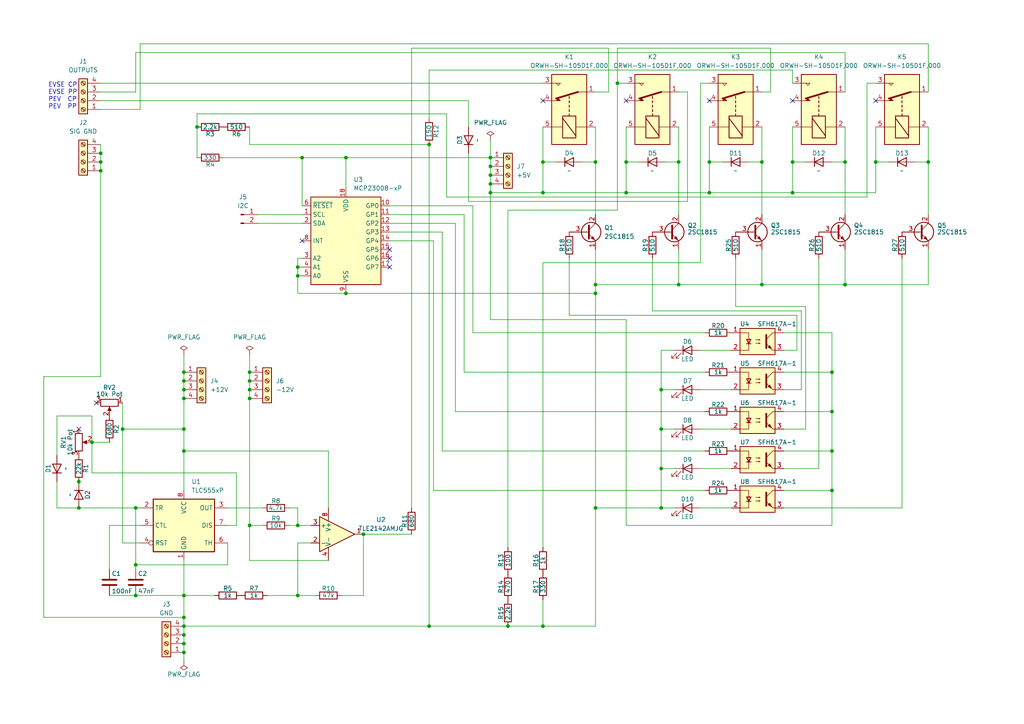
<source format=kicad_sch>
(kicad_sch (version 20230121) (generator eeschema)
  (paper "A4")
  (title_block (title "AcCCS_PWM") (date "2023-08-10") (rev "0"))
  (lib_symbols
    (symbol "Connector:Conn_01x02_Pin" (pin_names (offset 1.016) hide)
      (property "Reference" "J" (at 0 2.54 0))
      (property "Value" "Conn_01x02_Pin" (at 0 -5.08 0))
      (symbol "Conn_01x02_Pin_1_1"
        (polyline (pts (xy 1.27 -2.54) (xy 0.8636 -2.54)) (stroke (width 0.1524)))
        (polyline (pts (xy 1.27 0) (xy 0.8636 0)) (stroke (width 0.1524)))
        (rectangle (start 0.8636 -2.413) (end 0 -2.667) (stroke (width 0.1524)) (fill (type outline)))
        (rectangle (start 0.8636 0.127) (end 0 -0.127) (stroke (width 0.1524)) (fill (type outline)))
        (pin passive line (at 5.08 0 180) (length 3.81) (name "Pin_1") (number "1"))
        (pin passive line (at 5.08 -2.54 180) (length 3.81) (name "Pin_2") (number "2"))
      )
    )
    (symbol "Connector:Screw_Terminal_01x04" (pin_names (offset 1.016) hide)
      (property "Reference" "J" (at 0 5.08 0))
      (property "Value" "Screw_Terminal_01x04" (at 0 -7.62 0))
      (symbol "Screw_Terminal_01x04_1_1"
        (rectangle (start -1.27 3.81) (end 1.27 -6.35) (stroke (width 0.254)) (fill (type background)))
        (circle (center 0 -5.08) (radius 0.635) (stroke (width 0.1524)))
        (circle (center 0 -2.54) (radius 0.635) (stroke (width 0.1524)))
        (polyline (pts (xy -0.5334 -4.7498) (xy 0.3302 -5.588)) (stroke (width 0.1524)))
        (polyline (pts (xy -0.5334 -2.2098) (xy 0.3302 -3.048)) (stroke (width 0.1524)))
        (polyline (pts (xy -0.5334 0.3302) (xy 0.3302 -0.508)) (stroke (width 0.1524)))
        (polyline (pts (xy -0.5334 2.8702) (xy 0.3302 2.032)) (stroke (width 0.1524)))
        (polyline (pts (xy -0.3556 -4.572) (xy 0.508 -5.4102)) (stroke (width 0.1524)))
        (polyline (pts (xy -0.3556 -2.032) (xy 0.508 -2.8702)) (stroke (width 0.1524)))
        (polyline (pts (xy -0.3556 0.508) (xy 0.508 -0.3302)) (stroke (width 0.1524)))
        (polyline (pts (xy -0.3556 3.048) (xy 0.508 2.2098)) (stroke (width 0.1524)))
        (circle (center 0 0) (radius 0.635) (stroke (width 0.1524)))
        (circle (center 0 2.54) (radius 0.635) (stroke (width 0.1524)))
        (pin passive line (at -5.08 2.54 0) (length 3.81) (name "Pin_1") (number "1"))
        (pin passive line (at -5.08 0 0) (length 3.81) (name "Pin_2") (number "2"))
        (pin passive line (at -5.08 -2.54 0) (length 3.81) (name "Pin_3") (number "3"))
        (pin passive line (at -5.08 -5.08 0) (length 3.81) (name "Pin_4") (number "4"))
      )
    )
    (symbol "Device:C" (pin_numbers hide) (pin_names (offset 0.254))
      (property "Reference" "C" (at 0.635 2.54 0))
      (property "Value" "C" (at 0.635 -2.54 0))
      (symbol "C_0_1"
        (polyline (pts (xy -2.032 -0.762) (xy 2.032 -0.762)) (stroke (width 0.508)))
        (polyline (pts (xy -2.032 0.762) (xy 2.032 0.762)) (stroke (width 0.508)))
      )
      (symbol "C_1_1"
        (pin passive line (at 0 3.81 270) (length 2.794) (name "~") (number "1"))
        (pin passive line (at 0 -3.81 90) (length 2.794) (name "~") (number "2"))
      )
    )
    (symbol "Device:D" (pin_numbers hide) (pin_names (offset 1.016) hide)
      (property "Reference" "D" (at 0 2.54 0))
      (property "Value" "D" (at 0 -2.54 0))
      (symbol "D_0_1"
        (polyline (pts (xy -1.27 1.27) (xy -1.27 -1.27)) (stroke (width 0.254)))
        (polyline (pts (xy 1.27 0) (xy -1.27 0)))
        (polyline (pts (xy 1.27 1.27) (xy 1.27 -1.27) (xy -1.27 0) (xy 1.27 1.27)) (stroke (width 0.254)))
      )
      (symbol "D_1_1"
        (pin passive line (at -3.81 0 0) (length 2.54) (name "K") (number "1"))
        (pin passive line (at 3.81 0 180) (length 2.54) (name "A") (number "2"))
      )
    )
    (symbol "Device:LED" (pin_numbers hide) (pin_names (offset 1.016) hide)
      (property "Reference" "D" (at 0 2.54 0))
      (property "Value" "LED" (at 0 -2.54 0))
      (symbol "LED_0_1"
        (polyline (pts (xy -1.27 -1.27) (xy -1.27 1.27)) (stroke (width 0.254)))
        (polyline (pts (xy -1.27 0) (xy 1.27 0)))
        (polyline (pts (xy 1.27 -1.27) (xy 1.27 1.27) (xy -1.27 0) (xy 1.27 -1.27)) (stroke (width 0.254)))
        (polyline (pts (xy -3.048 -0.762) (xy -4.572 -2.286) (xy -3.81 -2.286) (xy -4.572 -2.286) (xy -4.572 -1.524)))
        (polyline (pts (xy -1.778 -0.762) (xy -3.302 -2.286) (xy -2.54 -2.286) (xy -3.302 -2.286) (xy -3.302 -1.524)))
      )
      (symbol "LED_1_1"
        (pin passive line (at -3.81 0 0) (length 2.54) (name "K") (number "1"))
        (pin passive line (at 3.81 0 180) (length 2.54) (name "A") (number "2"))
      )
    )
    (symbol "Device:R" (pin_numbers hide) (pin_names (offset 0))
      (property "Reference" "R" (at 2.032 0 90))
      (property "Value" "R" (at 0 0 90))
      (symbol "R_0_1"
        (rectangle (start -1.016 -2.54) (end 1.016 2.54) (stroke (width 0.254)))
      )
      (symbol "R_1_1"
        (pin passive line (at 0 3.81 270) (length 1.27) (name "~") (number "1"))
        (pin passive line (at 0 -3.81 90) (length 1.27) (name "~") (number "2"))
      )
    )
    (symbol "Device:R_Potentiometer" (pin_names (offset 1.016) hide)
      (property "Reference" "RV" (at -4.445 0 90))
      (property "Value" "R_Potentiometer" (at -2.54 0 90))
      (symbol "R_Potentiometer_0_1"
        (polyline (pts (xy 2.54 0) (xy 1.524 0)))
        (polyline (pts (xy 1.143 0) (xy 2.286 0.508) (xy 2.286 -0.508) (xy 1.143 0)) (fill (type outline)))
        (rectangle (start 1.016 2.54) (end -1.016 -2.54) (stroke (width 0.254)))
      )
      (symbol "R_Potentiometer_1_1"
        (pin passive line (at 0 3.81 270) (length 1.27) (name "1") (number "1"))
        (pin passive line (at 3.81 0 180) (length 1.27) (name "2") (number "2"))
        (pin passive line (at 0 -3.81 90) (length 1.27) (name "3") (number "3"))
      )
    )
    (symbol "Interface_Expansion:MCP23008-xP"
      (property "Reference" "U" (at -8.89 13.97 0))
      (property "Value" "MCP23008-xP" (at 8.89 13.97 0))
      (symbol "MCP23008-xP_0_1"
        (rectangle (start -10.16 12.7) (end 10.16 -12.7) (stroke (width 0.254)) (fill (type background)))
      )
      (symbol "MCP23008-xP_1_1"
        (pin input line (at -12.7 7.62 0) (length 2.54) (name "SCL") (number "1"))
        (pin bidirectional line (at 12.7 10.16 180) (length 2.54) (name "GP0") (number "10"))
        (pin bidirectional line (at 12.7 7.62 180) (length 2.54) (name "GP1") (number "11"))
        (pin bidirectional line (at 12.7 5.08 180) (length 2.54) (name "GP2") (number "12"))
        (pin bidirectional line (at 12.7 2.54 180) (length 2.54) (name "GP3") (number "13"))
        (pin bidirectional line (at 12.7 0 180) (length 2.54) (name "GP4") (number "14"))
        (pin bidirectional line (at 12.7 -2.54 180) (length 2.54) (name "GP5") (number "15"))
        (pin bidirectional line (at 12.7 -5.08 180) (length 2.54) (name "GP6") (number "16"))
        (pin bidirectional line (at 12.7 -7.62 180) (length 2.54) (name "GP7") (number "17"))
        (pin power_in line (at 0 15.24 270) (length 2.54) (name "VDD") (number "18"))
        (pin bidirectional line (at -12.7 5.08 0) (length 2.54) (name "SDA") (number "2"))
        (pin input line (at -12.7 -5.08 0) (length 2.54) (name "A2") (number "3"))
        (pin input line (at -12.7 -7.62 0) (length 2.54) (name "A1") (number "4"))
        (pin input line (at -12.7 -10.16 0) (length 2.54) (name "A0") (number "5"))
        (pin input line (at -12.7 10.16 0) (length 2.54) (name "~{RESET}") (number "6"))
        (pin no_connect line (at -10.16 -2.54 0) (length 2.54) hide (name "NC") (number "7"))
        (pin output line (at -12.7 0 0) (length 2.54) (name "INT") (number "8"))
        (pin power_in line (at 0 -15.24 90) (length 2.54) (name "VSS") (number "9"))
      )
    )
    (symbol "Isolator:SFH617A-1" (pin_names (offset 1.016))
      (property "Reference" "U" (at -5.08 5.08 0))
      (property "Value" "SFH617A-1" (at 0 5.08 0))
      (symbol "SFH617A-1_0_1"
        (rectangle (start -5.08 3.81) (end 5.08 -3.81) (stroke (width 0.254)) (fill (type background)))
        (polyline (pts (xy -3.175 -0.635) (xy -1.905 -0.635)) (stroke (width 0.254)))
        (polyline (pts (xy 2.54 0.635) (xy 4.445 2.54)))
        (polyline (pts (xy 4.445 -2.54) (xy 2.54 -0.635)) (fill (type outline)))
        (polyline (pts (xy 4.445 -2.54) (xy 5.08 -2.54)))
        (polyline (pts (xy 4.445 2.54) (xy 5.08 2.54)))
        (polyline (pts (xy -2.54 -0.635) (xy -2.54 -2.54) (xy -5.08 -2.54)))
        (polyline (pts (xy 2.54 1.905) (xy 2.54 -1.905) (xy 2.54 -1.905)) (stroke (width 0.508)))
        (polyline (pts (xy -5.08 2.54) (xy -2.54 2.54) (xy -2.54 -1.27) (xy -2.54 0.635)))
        (polyline (pts (xy -2.54 -0.635) (xy -3.175 0.635) (xy -1.905 0.635) (xy -2.54 -0.635)) (stroke (width 0.254)))
        (polyline (pts (xy -0.508 -0.508) (xy 0.762 -0.508) (xy 0.381 -0.635) (xy 0.381 -0.381) (xy 0.762 -0.508)))
        (polyline (pts (xy -0.508 0.508) (xy 0.762 0.508) (xy 0.381 0.381) (xy 0.381 0.635) (xy 0.762 0.508)))
        (polyline (pts (xy 3.048 -1.651) (xy 3.556 -1.143) (xy 4.064 -2.159) (xy 3.048 -1.651) (xy 3.048 -1.651)) (fill (type outline)))
      )
      (symbol "SFH617A-1_1_1"
        (pin passive line (at -7.62 2.54 0) (length 2.54) (name "~") (number "1"))
        (pin passive line (at -7.62 -2.54 0) (length 2.54) (name "~") (number "2"))
        (pin passive line (at 7.62 -2.54 180) (length 2.54) (name "~") (number "3"))
        (pin passive line (at 7.62 2.54 180) (length 2.54) (name "~") (number "4"))
      )
    )
    (symbol "Relay:SANYOU_SRD_Form_C"
      (property "Reference" "K" (at 11.43 3.81 0))
      (property "Value" "SANYOU_SRD_Form_C" (at 11.43 1.27 0))
      (symbol "SANYOU_SRD_Form_C_0_0"
        (polyline (pts (xy 7.62 5.08) (xy 7.62 2.54) (xy 6.985 3.175) (xy 7.62 3.81)))
      )
      (symbol "SANYOU_SRD_Form_C_0_1"
        (rectangle (start -10.16 5.08) (end 10.16 -5.08) (stroke (width 0.254)) (fill (type background)))
        (rectangle (start -8.255 1.905) (end -1.905 -1.905) (stroke (width 0.254)))
        (polyline (pts (xy -7.62 -1.905) (xy -2.54 1.905)) (stroke (width 0.254)))
        (polyline (pts (xy -5.08 -5.08) (xy -5.08 -1.905)))
        (polyline (pts (xy -5.08 5.08) (xy -5.08 1.905)))
        (polyline (pts (xy -1.905 0) (xy -1.27 0)) (stroke (width 0.254)))
        (polyline (pts (xy -0.635 0) (xy 0 0)) (stroke (width 0.254)))
        (polyline (pts (xy 0.635 0) (xy 1.27 0)) (stroke (width 0.254)))
        (polyline (pts (xy 1.905 0) (xy 2.54 0)) (stroke (width 0.254)))
        (polyline (pts (xy 3.175 0) (xy 3.81 0)) (stroke (width 0.254)))
        (polyline (pts (xy 5.08 -2.54) (xy 3.175 3.81)) (stroke (width 0.508)))
        (polyline (pts (xy 5.08 -2.54) (xy 5.08 -5.08)))
      )
      (symbol "SANYOU_SRD_Form_C_1_1"
        (polyline (pts (xy 2.54 3.81) (xy 3.175 3.175) (xy 2.54 2.54) (xy 2.54 5.08)) (fill (type outline)))
        (pin passive line (at 5.08 -7.62 90) (length 2.54) (name "~") (number "1"))
        (pin passive line (at -5.08 -7.62 90) (length 2.54) (name "~") (number "2"))
        (pin passive line (at 7.62 7.62 270) (length 2.54) (name "~") (number "3"))
        (pin passive line (at 2.54 7.62 270) (length 2.54) (name "~") (number "4"))
        (pin passive line (at -5.08 7.62 270) (length 2.54) (name "~") (number "5"))
      )
    )
    (symbol "Simulation_SPICE:OPAMP" (pin_names (offset 0.254))
      (property "Reference" "U2" (at 12.7 4.1909 0))
      (property "Value" "TLE2142AMJG" (at 12.7 1.6509 0))
      (symbol "OPAMP_0_1"
        (polyline (pts (xy 5.08 0) (xy -5.08 5.08) (xy -5.08 -5.08) (xy 5.08 0)) (stroke (width 0.254)) (fill (type background)))
      )
      (symbol "OPAMP_1_1"
        (pin output line (at 7.62 0 180) (length 2.54) (name "~") (number "1"))
        (pin input line (at -7.62 -2.54 0) (length 2.54) (name "-") (number "2"))
        (pin input line (at -7.62 2.54 0) (length 2.54) (name "+") (number "3"))
        (pin power_in line (at -2.54 -7.62 90) (length 3.81) (name "V-") (number "4"))
        (pin power_in line (at -2.54 7.62 270) (length 3.81) (name "V+") (number "8"))
      )
    )
    (symbol "Timer:TLC555xP"
      (property "Reference" "U1" (at 2.1941 12.7 0))
      (property "Value" "TLC555xP" (at 2.1941 10.16 0))
      (symbol "TLC555xP_0_0"
        (pin power_in line (at 0 -10.16 90) (length 2.54) (name "GND") (number "1"))
        (pin power_in line (at 0 10.16 270) (length 2.54) (name "VCC") (number "8"))
      )
      (symbol "TLC555xP_0_1"
        (rectangle (start -8.89 -7.62) (end 8.89 7.62) (stroke (width 0.254)) (fill (type background)))
        (rectangle (start -8.89 -7.62) (end 8.89 7.62) (stroke (width 0.254)) (fill (type background)))
      )
      (symbol "TLC555xP_1_1"
        (pin input line (at -12.7 5.08 0) (length 3.81) (name "TR") (number "2"))
        (pin output line (at 12.7 5.08 180) (length 3.81) (name "OUT") (number "3"))
        (pin input inverted (at -12.7 -5.08 0) (length 3.81) (name "RST") (number "4"))
        (pin input line (at -12.7 0 0) (length 3.81) (name "CTL") (number "5"))
        (pin input line (at 12.7 -5.08 180) (length 3.81) (name "TH") (number "6"))
        (pin input line (at 12.7 0 180) (length 3.81) (name "DIS") (number "7"))
      )
    )
    (symbol "Transistor_BJT:2SC1815" (pin_names (offset 0) hide)
      (property "Reference" "Q" (at 5.08 1.905 0))
      (property "Value" "2SC1815" (at 5.08 0 0))
      (symbol "2SC1815_0_1"
        (polyline (pts (xy 0 0) (xy 0.508 0)))
        (polyline (pts (xy 0.635 0.635) (xy 2.54 2.54)))
        (polyline (pts (xy 0.635 -0.635) (xy 2.54 -2.54) (xy 2.54 -2.54)))
        (polyline (pts (xy 0.635 1.905) (xy 0.635 -1.905) (xy 0.635 -1.905)) (stroke (width 0.508)))
        (polyline (pts (xy 1.27 -1.778) (xy 1.778 -1.27) (xy 2.286 -2.286) (xy 1.27 -1.778) (xy 1.27 -1.778)) (fill (type outline)))
        (circle (center 1.27 0) (radius 2.8194) (stroke (width 0.254)))
      )
      (symbol "2SC1815_1_1"
        (pin passive line (at 2.54 -5.08 90) (length 2.54) (name "E") (number "1"))
        (pin passive line (at 2.54 5.08 270) (length 2.54) (name "C") (number "2"))
        (pin input line (at -5.08 0 0) (length 5.08) (name "B") (number "3"))
      )
    )
    (symbol "power:PWR_FLAG" (power) (pin_numbers hide) (pin_names (offset 0) hide)
      (property "Value" "PWR_FLAG" (at 0 3.81 0))
      (symbol "PWR_FLAG_0_0"
        (pin power_out line (at 0 0 90) (length 0) (name "pwr") (number "1"))
      )
      (symbol "PWR_FLAG_0_1"
        (polyline (pts (xy 0 0) (xy 0 1.27) (xy -1.016 1.905) (xy 0 2.54) (xy 1.016 1.905) (xy 0 1.27)))
      )
    )
  )
  (junction (at 124.46 41.91))
  (junction (at 172.72 82.55))
  (junction (at 157.48 55.88))
  (junction (at 124.46 181.61))
  (junction (at 205.74 55.88))
  (junction (at 191.77 135.89))
  (junction (at 196.85 82.55))
  (junction (at 100.33 85.09))
  (junction (at 53.34 115.57))
  (junction (at 53.34 130.81))
  (junction (at 72.39 107.95))
  (junction (at 172.72 147.32))
  (junction (at 100.33 45.72))
  (junction (at 196.85 46.99))
  (junction (at 53.34 181.61))
  (junction (at 157.48 181.61))
  (junction (at 241.3 130.81))
  (junction (at 86.36 152.4))
  (junction (at 53.34 110.49))
  (junction (at 72.39 115.57))
  (junction (at 86.36 172.72))
  (junction (at 53.34 172.72))
  (junction (at 179.07 24.13))
  (junction (at 205.74 46.99))
  (junction (at 53.34 179.07))
  (junction (at 241.3 142.24))
  (junction (at 53.34 113.03))
  (junction (at 87.63 45.72))
  (junction (at 22.86 147.32))
  (junction (at 26.67 128.27))
  (junction (at 181.61 55.88))
  (junction (at 39.37 147.32))
  (junction (at 245.11 46.99))
  (junction (at 147.32 181.61))
  (junction (at 191.77 147.32))
  (junction (at 191.77 124.46))
  (junction (at 57.15 36.83))
  (junction (at 29.21 44.45))
  (junction (at 241.3 107.95))
  (junction (at 245.11 82.55))
  (junction (at 172.72 46.99))
  (junction (at 53.34 107.95))
  (junction (at 86.36 77.47))
  (junction (at 53.34 186.69))
  (junction (at 72.39 152.4))
  (junction (at 39.37 172.72))
  (junction (at 22.86 139.7))
  (junction (at 254 46.99))
  (junction (at 72.39 113.03))
  (junction (at 86.36 80.01))
  (junction (at 142.24 55.88))
  (junction (at 105.41 154.94))
  (junction (at 229.87 46.99))
  (junction (at 142.24 53.34))
  (junction (at 229.87 55.88))
  (junction (at 142.24 45.72))
  (junction (at 220.98 46.99))
  (junction (at 241.3 119.38))
  (junction (at 29.21 49.53))
  (junction (at 142.24 48.26))
  (junction (at 72.39 110.49))
  (junction (at 53.34 189.23))
  (junction (at 39.37 163.83))
  (junction (at 269.24 46.99))
  (junction (at 53.34 184.15))
  (junction (at 172.72 85.09))
  (junction (at 53.34 124.46))
  (junction (at 181.61 46.99))
  (junction (at 191.77 113.03))
  (junction (at 142.24 50.8))
  (junction (at 157.48 46.99))
  (junction (at 29.21 46.99))
  (junction (at 35.56 124.46))
  (junction (at 220.98 82.55))
  (no_connect (at 205.74 29.21))
  (no_connect (at 181.61 29.21))
  (no_connect (at 254 29.21))
  (no_connect (at 113.03 77.47))
  (no_connect (at 229.87 29.21))
  (no_connect (at 22.86 124.46))
  (no_connect (at 113.03 74.93))
  (no_connect (at 87.63 69.85))
  (no_connect (at 27.94 116.84))
  (no_connect (at 113.03 72.39))
  (no_connect (at 157.48 29.21))
  (wire (pts (xy 39.37 172.72) (xy 53.34 172.72)))
  (wire (pts (xy 245.11 46.99) (xy 241.3 46.99)))
  (wire (pts (xy 132.08 64.77) (xy 113.03 64.77)))
  (wire (pts (xy 195.58 147.32) (xy 191.77 147.32)))
  (wire (pts (xy 12.7 109.22) (xy 12.7 179.07)))
  (wire (pts (xy 172.72 147.32) (xy 191.77 147.32)))
  (wire (pts (xy 68.58 137.16) (xy 68.58 152.4)))
  (wire (pts (xy 31.75 172.72) (xy 39.37 172.72)))
  (wire (pts (xy 124.46 20.32) (xy 229.87 20.32)))
  (wire (pts (xy 142.24 45.72) (xy 142.24 48.26)))
  (wire (pts (xy 237.49 135.89) (xy 237.49 74.93)))
  (wire (pts (xy 125.73 69.85) (xy 113.03 69.85)))
  (wire (pts (xy 227.33 113.03) (xy 232.41 113.03)))
  (wire (pts (xy 181.61 36.83) (xy 181.61 46.99)))
  (wire (pts (xy 251.46 57.15) (xy 129.54 57.15)))
  (wire (pts (xy 172.72 147.32) (xy 172.72 85.09)))
  (wire (pts (xy 172.72 72.39) (xy 172.72 82.55)))
  (wire (pts (xy 204.47 119.38) (xy 132.08 119.38)))
  (wire (pts (xy 53.34 107.95) (xy 53.34 110.49)))
  (wire (pts (xy 53.34 113.03) (xy 53.34 115.57)))
  (wire (pts (xy 142.24 48.26) (xy 142.24 50.8)))
  (wire (pts (xy 87.63 74.93) (xy 86.36 74.93)))
  (wire (pts (xy 203.2 147.32) (xy 212.09 147.32)))
  (wire (pts (xy 35.56 116.84) (xy 35.56 124.46)))
  (wire (pts (xy 269.24 46.99) (xy 269.24 36.83)))
  (wire (pts (xy 213.36 88.9) (xy 213.36 74.93)))
  (wire (pts (xy 157.48 76.2) (xy 203.2 76.2)))
  (wire (pts (xy 40.64 157.48) (xy 35.56 157.48)))
  (wire (pts (xy 157.48 173.99) (xy 157.48 181.61)))
  (wire (pts (xy 245.11 26.67) (xy 245.11 15.24)))
  (wire (pts (xy 227.33 147.32) (xy 261.62 147.32)))
  (wire (pts (xy 87.63 45.72) (xy 87.63 59.69)))
  (wire (pts (xy 29.21 24.13) (xy 157.48 24.13)))
  (wire (pts (xy 245.11 15.24) (xy 39.37 15.24)))
  (wire (pts (xy 227.33 124.46) (xy 233.68 124.46)))
  (wire (pts (xy 53.34 186.69) (xy 53.34 189.23)))
  (wire (pts (xy 168.91 46.99) (xy 172.72 46.99)))
  (wire (pts (xy 157.48 46.99) (xy 161.29 46.99)))
  (wire (pts (xy 147.32 60.96) (xy 179.07 60.96)))
  (wire (pts (xy 40.64 31.75) (xy 29.21 31.75)))
  (wire (pts (xy 269.24 46.99) (xy 269.24 62.23)))
  (wire (pts (xy 191.77 101.6) (xy 191.77 113.03)))
  (wire (pts (xy 72.39 113.03) (xy 72.39 115.57)))
  (wire (pts (xy 31.75 152.4) (xy 31.75 165.1)))
  (wire (pts (xy 66.04 157.48) (xy 66.04 163.83)))
  (wire (pts (xy 87.63 80.01) (xy 86.36 80.01)))
  (wire (pts (xy 269.24 82.55) (xy 245.11 82.55)))
  (wire (pts (xy 53.34 162.56) (xy 53.34 172.72)))
  (wire (pts (xy 223.52 13.97) (xy 179.07 13.97)))
  (wire (pts (xy 203.2 135.89) (xy 212.09 135.89)))
  (wire (pts (xy 231.14 101.6) (xy 231.14 91.44)))
  (wire (pts (xy 40.64 152.4) (xy 31.75 152.4)))
  (wire (pts (xy 241.3 96.52) (xy 241.3 107.95)))
  (wire (pts (xy 72.39 152.4) (xy 76.2 152.4)))
  (wire (pts (xy 29.21 44.45) (xy 29.21 46.99)))
  (wire (pts (xy 29.21 46.99) (xy 29.21 49.53)))
  (wire (pts (xy 124.46 181.61) (xy 53.34 181.61)))
  (wire (pts (xy 251.46 24.13) (xy 251.46 57.15)))
  (wire (pts (xy 129.54 57.15) (xy 129.54 33.02)))
  (wire (pts (xy 66.04 147.32) (xy 76.2 147.32)))
  (wire (pts (xy 72.39 162.56) (xy 95.25 162.56)))
  (wire (pts (xy 233.68 124.46) (xy 233.68 88.9)))
  (wire (pts (xy 74.93 62.23) (xy 87.63 62.23)))
  (wire (pts (xy 134.62 107.95) (xy 134.62 62.23)))
  (wire (pts (xy 269.24 26.67) (xy 269.24 12.7)))
  (wire (pts (xy 181.61 46.99) (xy 181.61 55.88)))
  (wire (pts (xy 53.34 102.87) (xy 53.34 107.95)))
  (wire (pts (xy 176.53 26.67) (xy 172.72 26.67)))
  (wire (pts (xy 245.11 82.55) (xy 220.98 82.55)))
  (wire (pts (xy 86.36 77.47) (xy 87.63 77.47)))
  (wire (pts (xy 16.51 139.7) (xy 16.51 147.32)))
  (wire (pts (xy 53.34 124.46) (xy 53.34 130.81)))
  (wire (pts (xy 195.58 101.6) (xy 191.77 101.6)))
  (wire (pts (xy 157.48 46.99) (xy 157.48 55.88)))
  (wire (pts (xy 134.62 62.23) (xy 113.03 62.23)))
  (wire (pts (xy 241.3 142.24) (xy 241.3 130.81)))
  (wire (pts (xy 176.53 13.97) (xy 176.53 26.67)))
  (wire (pts (xy 26.67 137.16) (xy 26.67 128.27)))
  (wire (pts (xy 204.47 107.95) (xy 134.62 107.95)))
  (wire (pts (xy 205.74 46.99) (xy 205.74 55.88)))
  (wire (pts (xy 241.3 152.4) (xy 181.61 152.4)))
  (wire (pts (xy 254 55.88) (xy 229.87 55.88)))
  (wire (pts (xy 229.87 20.32) (xy 229.87 24.13)))
  (wire (pts (xy 53.34 172.72) (xy 53.34 179.07)))
  (wire (pts (xy 241.3 130.81) (xy 241.3 119.38)))
  (wire (pts (xy 29.21 109.22) (xy 12.7 109.22)))
  (wire (pts (xy 157.48 76.2) (xy 157.48 158.75)))
  (wire (pts (xy 229.87 46.99) (xy 233.68 46.99)))
  (wire (pts (xy 29.21 29.21) (xy 135.89 29.21)))
  (wire (pts (xy 83.82 152.4) (xy 86.36 152.4)))
  (wire (pts (xy 199.39 26.67) (xy 196.85 26.67)))
  (wire (pts (xy 53.34 115.57) (xy 53.34 124.46)))
  (wire (pts (xy 179.07 60.96) (xy 179.07 24.13)))
  (wire (pts (xy 86.36 74.93) (xy 86.36 77.47)))
  (wire (pts (xy 142.24 92.71) (xy 142.24 55.88)))
  (wire (pts (xy 125.73 142.24) (xy 125.73 69.85)))
  (wire (pts (xy 241.3 142.24) (xy 241.3 152.4)))
  (wire (pts (xy 191.77 124.46) (xy 191.77 113.03)))
  (wire (pts (xy 229.87 55.88) (xy 205.74 55.88)))
  (wire (pts (xy 220.98 46.99) (xy 217.17 46.99)))
  (wire (pts (xy 254 36.83) (xy 254 46.99)))
  (wire (pts (xy 124.46 41.91) (xy 124.46 181.61)))
  (wire (pts (xy 132.08 119.38) (xy 132.08 64.77)))
  (wire (pts (xy 203.2 101.6) (xy 212.09 101.6)))
  (wire (pts (xy 105.41 154.94) (xy 105.41 172.72)))
  (wire (pts (xy 40.64 12.7) (xy 40.64 31.75)))
  (wire (pts (xy 72.39 41.91) (xy 124.46 41.91)))
  (wire (pts (xy 135.89 44.45) (xy 135.89 58.42)))
  (wire (pts (xy 72.39 115.57) (xy 72.39 152.4)))
  (wire (pts (xy 113.03 59.69) (xy 137.16 59.69)))
  (wire (pts (xy 142.24 40.64) (xy 142.24 45.72)))
  (wire (pts (xy 227.33 107.95) (xy 241.3 107.95)))
  (wire (pts (xy 22.86 147.32) (xy 39.37 147.32)))
  (wire (pts (xy 16.51 147.32) (xy 22.86 147.32)))
  (wire (pts (xy 261.62 147.32) (xy 261.62 74.93)))
  (wire (pts (xy 191.77 113.03) (xy 195.58 113.03)))
  (wire (pts (xy 199.39 58.42) (xy 199.39 26.67)))
  (wire (pts (xy 191.77 135.89) (xy 191.77 124.46)))
  (wire (pts (xy 137.16 96.52) (xy 204.47 96.52)))
  (wire (pts (xy 137.16 59.69) (xy 137.16 96.52)))
  (wire (pts (xy 64.77 45.72) (xy 87.63 45.72)))
  (wire (pts (xy 39.37 147.32) (xy 39.37 163.83)))
  (wire (pts (xy 53.34 110.49) (xy 53.34 113.03)))
  (wire (pts (xy 77.47 172.72) (xy 86.36 172.72)))
  (wire (pts (xy 196.85 46.99) (xy 193.04 46.99)))
  (wire (pts (xy 181.61 152.4) (xy 181.61 92.71)))
  (wire (pts (xy 72.39 107.95) (xy 72.39 110.49)))
  (wire (pts (xy 204.47 130.81) (xy 128.27 130.81)))
  (wire (pts (xy 53.34 179.07) (xy 53.34 181.61)))
  (wire (pts (xy 26.67 128.27) (xy 31.75 128.27)))
  (wire (pts (xy 181.61 46.99) (xy 185.42 46.99)))
  (wire (pts (xy 229.87 46.99) (xy 229.87 55.88)))
  (wire (pts (xy 83.82 147.32) (xy 86.36 147.32)))
  (wire (pts (xy 223.52 26.67) (xy 220.98 26.67)))
  (wire (pts (xy 142.24 50.8) (xy 142.24 53.34)))
  (wire (pts (xy 16.51 120.65) (xy 26.67 120.65)))
  (wire (pts (xy 26.67 120.65) (xy 26.67 128.27)))
  (wire (pts (xy 22.86 138.43) (xy 22.86 139.7)))
  (wire (pts (xy 68.58 137.16) (xy 26.67 137.16)))
  (wire (pts (xy 129.54 33.02) (xy 57.15 33.02)))
  (wire (pts (xy 232.41 90.17) (xy 189.23 90.17)))
  (wire (pts (xy 105.41 154.94) (xy 119.38 154.94)))
  (wire (pts (xy 220.98 72.39) (xy 220.98 82.55)))
  (wire (pts (xy 245.11 46.99) (xy 245.11 62.23)))
  (wire (pts (xy 195.58 135.89) (xy 191.77 135.89)))
  (wire (pts (xy 203.2 113.03) (xy 212.09 113.03)))
  (wire (pts (xy 245.11 36.83) (xy 245.11 46.99)))
  (wire (pts (xy 223.52 26.67) (xy 223.52 13.97)))
  (wire (pts (xy 231.14 91.44) (xy 165.1 91.44)))
  (wire (pts (xy 157.48 181.61) (xy 147.32 181.61)))
  (wire (pts (xy 86.36 172.72) (xy 91.44 172.72)))
  (wire (pts (xy 72.39 152.4) (xy 72.39 162.56)))
  (wire (pts (xy 135.89 29.21) (xy 135.89 36.83)))
  (wire (pts (xy 147.32 181.61) (xy 124.46 181.61)))
  (wire (pts (xy 39.37 163.83) (xy 66.04 163.83)))
  (wire (pts (xy 53.34 184.15) (xy 53.34 186.69)))
  (wire (pts (xy 29.21 41.91) (xy 29.21 44.45)))
  (wire (pts (xy 147.32 60.96) (xy 147.32 158.75)))
  (wire (pts (xy 220.98 46.99) (xy 220.98 62.23)))
  (wire (pts (xy 227.33 130.81) (xy 241.3 130.81)))
  (wire (pts (xy 86.36 157.48) (xy 90.17 157.48)))
  (wire (pts (xy 181.61 55.88) (xy 157.48 55.88)))
  (wire (pts (xy 128.27 67.31) (xy 113.03 67.31)))
  (wire (pts (xy 195.58 124.46) (xy 191.77 124.46)))
  (wire (pts (xy 157.48 181.61) (xy 172.72 181.61)))
  (wire (pts (xy 220.98 82.55) (xy 196.85 82.55)))
  (wire (pts (xy 95.25 130.81) (xy 53.34 130.81)))
  (wire (pts (xy 191.77 147.32) (xy 191.77 135.89)))
  (wire (pts (xy 142.24 55.88) (xy 157.48 55.88)))
  (wire (pts (xy 172.72 46.99) (xy 172.72 62.23)))
  (wire (pts (xy 227.33 142.24) (xy 241.3 142.24)))
  (wire (pts (xy 205.74 36.83) (xy 205.74 46.99)))
  (wire (pts (xy 135.89 58.42) (xy 199.39 58.42)))
  (wire (pts (xy 172.72 36.83) (xy 172.72 46.99)))
  (wire (pts (xy 72.39 102.87) (xy 72.39 107.95)))
  (wire (pts (xy 105.41 172.72) (xy 99.06 172.72)))
  (wire (pts (xy 205.74 55.88) (xy 181.61 55.88)))
  (wire (pts (xy 95.25 147.32) (xy 95.25 130.81)))
  (wire (pts (xy 53.34 172.72) (xy 62.23 172.72)))
  (wire (pts (xy 196.85 36.83) (xy 196.85 46.99)))
  (wire (pts (xy 39.37 147.32) (xy 40.64 147.32)))
  (wire (pts (xy 53.34 189.23) (xy 53.34 191.77)))
  (wire (pts (xy 196.85 72.39) (xy 196.85 82.55)))
  (wire (pts (xy 203.2 24.13) (xy 205.74 24.13)))
  (wire (pts (xy 203.2 124.46) (xy 212.09 124.46)))
  (wire (pts (xy 254 46.99) (xy 254 55.88)))
  (wire (pts (xy 179.07 24.13) (xy 181.61 24.13)))
  (wire (pts (xy 204.47 142.24) (xy 125.73 142.24)))
  (wire (pts (xy 165.1 91.44) (xy 165.1 74.93)))
  (wire (pts (xy 39.37 163.83) (xy 39.37 165.1)))
  (wire (pts (xy 128.27 130.81) (xy 128.27 67.31)))
  (wire (pts (xy 86.36 85.09) (xy 100.33 85.09)))
  (wire (pts (xy 227.33 96.52) (xy 241.3 96.52)))
  (wire (pts (xy 100.33 45.72) (xy 142.24 45.72)))
  (wire (pts (xy 12.7 179.07) (xy 53.34 179.07)))
  (wire (pts (xy 87.63 45.72) (xy 100.33 45.72)))
  (wire (pts (xy 179.07 13.97) (xy 179.07 24.13)))
  (wire (pts (xy 269.24 72.39) (xy 269.24 82.55)))
  (wire (pts (xy 72.39 41.91) (xy 72.39 36.83)))
  (wire (pts (xy 39.37 15.24) (xy 39.37 26.67)))
  (wire (pts (xy 119.38 13.97) (xy 119.38 147.32)))
  (wire (pts (xy 157.48 36.83) (xy 157.48 46.99)))
  (wire (pts (xy 172.72 82.55) (xy 196.85 82.55)))
  (wire (pts (xy 232.41 113.03) (xy 232.41 90.17)))
  (wire (pts (xy 35.56 124.46) (xy 53.34 124.46)))
  (wire (pts (xy 57.15 36.83) (xy 57.15 45.72)))
  (wire (pts (xy 86.36 147.32) (xy 86.36 152.4)))
  (wire (pts (xy 29.21 49.53) (xy 29.21 109.22)))
  (wire (pts (xy 68.58 152.4) (xy 66.04 152.4)))
  (wire (pts (xy 86.36 152.4) (xy 90.17 152.4)))
  (wire (pts (xy 254 24.13) (xy 251.46 24.13)))
  (wire (pts (xy 269.24 12.7) (xy 40.64 12.7)))
  (wire (pts (xy 189.23 90.17) (xy 189.23 74.93)))
  (wire (pts (xy 196.85 46.99) (xy 196.85 62.23)))
  (wire (pts (xy 227.33 119.38) (xy 241.3 119.38)))
  (wire (pts (xy 181.61 92.71) (xy 142.24 92.71)))
  (wire (pts (xy 142.24 53.34) (xy 142.24 55.88)))
  (wire (pts (xy 16.51 132.08) (xy 16.51 120.65)))
  (wire (pts (xy 172.72 85.09) (xy 172.72 82.55)))
  (wire (pts (xy 241.3 119.38) (xy 241.3 107.95)))
  (wire (pts (xy 39.37 26.67) (xy 29.21 26.67)))
  (wire (pts (xy 53.34 181.61) (xy 53.34 184.15)))
  (wire (pts (xy 265.43 46.99) (xy 269.24 46.99)))
  (wire (pts (xy 229.87 36.83) (xy 229.87 46.99)))
  (wire (pts (xy 245.11 72.39) (xy 245.11 82.55)))
  (wire (pts (xy 53.34 130.81) (xy 53.34 142.24)))
  (wire (pts (xy 57.15 33.02) (xy 57.15 36.83)))
  (wire (pts (xy 74.93 64.77) (xy 87.63 64.77)))
  (wire (pts (xy 86.36 80.01) (xy 86.36 85.09)))
  (wire (pts (xy 254 46.99) (xy 257.81 46.99)))
  (wire (pts (xy 227.33 101.6) (xy 231.14 101.6)))
  (wire (pts (xy 205.74 46.99) (xy 209.55 46.99)))
  (wire (pts (xy 227.33 135.89) (xy 237.49 135.89)))
  (wire (pts (xy 203.2 76.2) (xy 203.2 24.13)))
  (wire (pts (xy 220.98 36.83) (xy 220.98 46.99)))
  (wire (pts (xy 86.36 172.72) (xy 86.36 157.48)))
  (wire (pts (xy 119.38 13.97) (xy 176.53 13.97)))
  (wire (pts (xy 35.56 157.48) (xy 35.56 124.46)))
  (wire (pts (xy 100.33 54.61) (xy 100.33 45.72)))
  (wire (pts (xy 233.68 88.9) (xy 213.36 88.9)))
  (wire (pts (xy 124.46 34.29) (xy 124.46 20.32)))
  (wire (pts (xy 86.36 80.01) (xy 86.36 77.47)))
  (wire (pts (xy 72.39 110.49) (xy 72.39 113.03)))
  (wire (pts (xy 100.33 85.09) (xy 172.72 85.09)))
  (wire (pts (xy 172.72 181.61) (xy 172.72 147.32)))
  (text "EVSE CP\nEVSE PP\nPEV  CP\nPEV  PP" (at 13.97 31.75 0) (effects (font (size 1.3 1.3)) (justify left bottom)))
  (symbol (lib_id "Device:R") (at 60.96 36.83 270) (unit 1)
    (property "Reference" "R3" (at 60.96 38.862 90))
    (property "Value" "2.2k" (at 60.96 36.83 90))
    (property "Footprint" "Resistor_THT:R_Axial_DIN0207_L6.3mm_D2.5mm_P7.62mm_Horizontal" (effects hide))
  )
  (symbol (lib_id "Transistor_BJT:2SC1815") (at 266.7 67.31 0) (unit 1)
    (property "Reference" "Q5" (at 271.78 65.405 0) (effects (justify left)))
    (property "Value" "2SC1815" (at 271.78 67.31 0) (effects (justify left)))
    (property "Footprint" "Package_TO_SOT_THT:TO-92_Inline" (effects hide))
    (property "Datasheet" "https://media.digikey.com/pdf/Data%20Sheets/Toshiba%20PDFs/2SC1815.pdf" (effects hide))
  )
  (symbol (lib_id "Device:R") (at 22.86 135.89 0) (unit 1)
    (property "Reference" "R1" (at 24.892 135.89 90))
    (property "Value" "22k" (at 22.86 135.89 90))
    (property "Footprint" "Resistor_THT:R_Axial_DIN0207_L6.3mm_D2.5mm_P7.62mm_Horizontal" (effects hide))
  )
  (symbol (lib_id "Isolator:SFH617A-1") (at 219.71 110.49 0) (unit 1)
    (property "Reference" "U5" (at 214.63 105.41 0) (effects (justify left)))
    (property "Value" "SFH617A-1" (at 219.71 105.41 0) (effects (justify left)))
    (property "Footprint" "Package_DIP:DIP-4_W7.62mm" (effects hide))
    (property "Datasheet" "http://www.vishay.com/docs/83740/sfh617a.pdf" (effects hide))
  )
  (symbol (lib_id "Interface_Expansion:MCP23008-xP") (at 100.33 69.85 0) (unit 1)
    (property "Reference" "U3" (at 102.5241 52.07 0) (effects (justify left)))
    (property "Value" "MCP23008-xP" (at 102.5241 54.61 0) (effects (justify left)))
    (property "Footprint" "Package_DIP:DIP-18_W7.62mm" (effects hide))
    (property "Datasheet" "http://ww1.microchip.com/downloads/en/DeviceDoc/MCP23008-MCP23S08-Data-Sheet-20001919F.pdf" (effects hide))
  )
  (symbol (lib_id "Isolator:SFH617A-1") (at 219.71 99.06 0) (unit 1)
    (property "Reference" "U4" (at 214.63 93.98 0) (effects (justify left)))
    (property "Value" "SFH617A-1" (at 219.71 93.98 0) (effects (justify left)))
    (property "Footprint" "Package_DIP:DIP-4_W7.62mm" (effects hide))
    (property "Datasheet" "http://www.vishay.com/docs/83740/sfh617a.pdf" (effects hide))
  )
  (symbol (lib_id "Device:D") (at 22.86 143.51 270) (unit 1)
    (property "Reference" "D2" (at 25.4 143.51 0))
    (property "Value" "~" (at 20.32 143.51 0))
    (property "Footprint" "Diode_THT:D_A-405_P7.62mm_Horizontal" (effects hide))
    (property "Sim.Device" "D" (effects hide))
    (property "Sim.Pins" "1=K 2=A" (effects hide))
  )
  (symbol (lib_id "Device:R") (at 68.58 36.83 270) (unit 1)
    (property "Reference" "R6" (at 68.58 38.862 90))
    (property "Value" "510" (at 68.58 36.83 90))
    (property "Footprint" "Resistor_THT:R_Axial_DIN0207_L6.3mm_D2.5mm_P7.62mm_Horizontal" (effects hide))
  )
  (symbol (lib_id "Device:C") (at 31.75 168.91 0) (unit 1)
    (property "Reference" "C1" (at 32.385 166.37 0) (effects (justify left)))
    (property "Value" "100nF" (at 32.385 171.45 0) (effects (justify left)))
    (property "Footprint" "Capacitor_THT:C_Disc_D7.5mm_W5.0mm_P5.00mm" (effects hide))
  )
  (symbol (lib_id "Device:R") (at 208.28 142.24 90) (unit 1)
    (property "Reference" "R24" (at 208.28 140.208 90))
    (property "Value" "1k" (at 208.28 142.24 90))
    (property "Footprint" "Resistor_THT:R_Axial_DIN0207_L6.3mm_D2.5mm_P7.62mm_Horizontal" (effects hide))
  )
  (symbol (lib_id "Transistor_BJT:2SC1815") (at 170.18 67.31 0) (unit 1)
    (property "Reference" "Q1" (at 175.26 66.04 0) (effects (justify left)))
    (property "Value" "2SC1815" (at 175.26 68.58 0) (effects (justify left)))
    (property "Footprint" "Package_TO_SOT_THT:TO-92_Inline" (effects hide))
    (property "Datasheet" "https://media.digikey.com/pdf/Data%20Sheets/Toshiba%20PDFs/2SC1815.pdf" (effects hide))
  )
  (symbol (lib_id "Device:R") (at 165.1 71.12 180) (unit 1)
    (property "Reference" "R18" (at 163.068 71.12 90))
    (property "Value" "510" (at 165.1 71.12 90))
    (property "Footprint" "Resistor_THT:R_Axial_DIN0207_L6.3mm_D2.5mm_P7.62mm_Horizontal" (effects hide))
  )
  (symbol (lib_id "Transistor_BJT:2SC1815") (at 218.44 67.31 0) (unit 1)
    (property "Reference" "Q3" (at 223.52 65.405 0) (effects (justify left)))
    (property "Value" "2SC1815" (at 223.52 67.31 0) (effects (justify left)))
    (property "Footprint" "Package_TO_SOT_THT:TO-92_Inline" (effects hide))
    (property "Datasheet" "https://media.digikey.com/pdf/Data%20Sheets/Toshiba%20PDFs/2SC1815.pdf" (effects hide))
  )
  (symbol (lib_id "Device:D") (at 16.51 135.89 90) (unit 1)
    (property "Reference" "D1" (at 13.97 135.89 0))
    (property "Value" "~" (at 19.05 135.89 0))
    (property "Footprint" "Diode_THT:D_A-405_P7.62mm_Horizontal" (effects hide))
    (property "Sim.Device" "D" (effects hide))
    (property "Sim.Pins" "1=K 2=A" (effects hide))
  )
  (symbol (lib_id "Isolator:SFH617A-1") (at 219.71 144.78 0) (unit 1)
    (property "Reference" "U8" (at 214.63 139.7 0) (effects (justify left)))
    (property "Value" "SFH617A-1" (at 219.71 139.7 0) (effects (justify left)))
    (property "Footprint" "Package_DIP:DIP-4_W7.62mm" (effects hide))
    (property "Datasheet" "http://www.vishay.com/docs/83740/sfh617a.pdf" (effects hide))
  )
  (symbol (lib_id "Isolator:SFH617A-1") (at 219.71 121.92 0) (unit 1)
    (property "Reference" "U6" (at 214.63 116.84 0) (effects (justify left)))
    (property "Value" "SFH617A-1" (at 219.71 116.84 0) (effects (justify left)))
    (property "Footprint" "Package_DIP:DIP-4_W7.62mm" (effects hide))
    (property "Datasheet" "http://www.vishay.com/docs/83740/sfh617a.pdf" (effects hide))
  )
  (symbol (lib_id "Device:R") (at 95.25 172.72 90) (unit 1)
    (property "Reference" "R10" (at 95.25 170.688 90))
    (property "Value" "47k" (at 95.25 172.72 90))
    (property "Footprint" "Resistor_THT:R_Axial_DIN0207_L6.3mm_D2.5mm_P7.62mm_Horizontal" (effects hide))
  )
  (symbol (lib_id "Device:D") (at 261.62 46.99 0) (unit 1)
    (property "Reference" "D13" (at 261.62 44.45 0))
    (property "Value" "~" (at 261.62 49.53 0))
    (property "Footprint" "Diode_THT:D_A-405_P7.62mm_Horizontal" (effects hide))
    (property "Sim.Device" "D" (effects hide))
    (property "Sim.Pins" "1=K 2=A" (effects hide))
  )
  (symbol (lib_id "Device:LED") (at 199.39 113.03 0) (unit 1)
    (property "Reference" "D7" (at 199.39 110.49 0))
    (property "Value" "LED" (at 199.39 115.57 0))
    (property "Footprint" "LED_THT:LED_D1.8mm_W3.3mm_H2.4mm" (effects hide))
  )
  (symbol (lib_id "Device:R") (at 147.32 177.8 180) (unit 1)
    (property "Reference" "R15" (at 145.288 177.8 90))
    (property "Value" "2.2k" (at 147.32 177.8 90))
    (property "Footprint" "Resistor_THT:R_Axial_DIN0207_L6.3mm_D2.5mm_P7.62mm_Horizontal" (effects hide))
  )
  (symbol (lib_id "Simulation_SPICE:OPAMP") (at 97.79 154.94 0) (unit 1)
    (property "Reference" "U2" (at 110.49 150.7491 0))
    (property "Value" "TLE2142AMJG" (at 110.49 153.2891 0))
    (property "Footprint" "Package_DIP:DIP-8_W7.62mm" (effects hide))
    (property "Sim.Pins" "1=1 2=2 3=3 4=4 5=5" (effects hide))
    (property "Sim.Device" "SPICE" (effects hide))
    (property "Sim.Params" "type=\"X\" model=\"OPAMP\" lib=\"\"" (effects hide))
  )
  (symbol (lib_id "Relay:SANYOU_SRD_Form_C") (at 237.49 31.75 90) (unit 1)
    (property "Reference" "K4" (at 237.49 16.51 90))
    (property "Value" "ORWH-SH-105D1F,000" (at 237.49 19.05 90))
    (property "Footprint" "Relay_THT:Relay_SPDT_SANYOU_SRD_Series_Form_C" (effects hide))
    (property "Datasheet" "http://www.sanyourelay.ca/public/products/pdf/SRD.pdf" (effects hide))
  )
  (symbol (lib_id "Connector:Screw_Terminal_01x04") (at 58.42 110.49 0) (unit 1)
    (property "Reference" "J4" (at 60.96 110.49 0) (effects (justify left)))
    (property "Value" "+12V" (at 60.96 113.03 0) (effects (justify left)))
    (property "Footprint" "TerminalBlock_Phoenix:TerminalBlock_Phoenix_MKDS-1,5-4_1x04_P5.00mm_Horizontal" (effects hide))
  )
  (symbol (lib_id "Connector:Conn_01x02_Pin") (at 69.85 62.23 0) (unit 1)
    (property "Reference" "J5" (at 70.485 57.15 0))
    (property "Value" "I2C" (at 70.485 59.69 0))
    (property "Footprint" "Connector_PinHeader_2.54mm:PinHeader_1x02_P2.54mm_Vertical" (effects hide))
  )
  (symbol (lib_id "Device:R") (at 147.32 170.18 180) (unit 1)
    (property "Reference" "R14" (at 145.288 170.18 90))
    (property "Value" "470" (at 147.32 170.18 90))
    (property "Footprint" "Resistor_THT:R_Axial_DIN0207_L6.3mm_D2.5mm_P7.62mm_Horizontal" (effects hide))
  )
  (symbol (lib_id "Device:R") (at 208.28 96.52 90) (unit 1)
    (property "Reference" "R20" (at 208.28 94.488 90))
    (property "Value" "1k" (at 208.28 96.52 90))
    (property "Footprint" "Resistor_THT:R_Axial_DIN0207_L6.3mm_D2.5mm_P7.62mm_Horizontal" (effects hide))
  )
  (symbol (lib_id "Device:R") (at 73.66 172.72 90) (unit 1)
    (property "Reference" "R7" (at 73.66 170.688 90))
    (property "Value" "1k" (at 73.66 172.72 90))
    (property "Footprint" "Resistor_THT:R_Axial_DIN0207_L6.3mm_D2.5mm_P7.62mm_Horizontal" (effects hide))
  )
  (symbol (lib_id "Device:R") (at 119.38 151.13 180) (unit 1)
    (property "Reference" "R11" (at 117.348 151.13 90))
    (property "Value" "680" (at 119.38 151.13 90))
    (property "Footprint" "Resistor_THT:R_Axial_DIN0207_L6.3mm_D2.5mm_P7.62mm_Horizontal" (effects hide))
  )
  (symbol (lib_id "Device:D") (at 213.36 46.99 0) (unit 1)
    (property "Reference" "D11" (at 213.36 44.45 0))
    (property "Value" "~" (at 213.36 49.53 0))
    (property "Footprint" "Diode_THT:D_A-405_P7.62mm_Horizontal" (effects hide))
    (property "Sim.Device" "D" (effects hide))
    (property "Sim.Pins" "1=K 2=A" (effects hide))
  )
  (symbol (lib_id "Device:D") (at 165.1 46.99 0) (unit 1)
    (property "Reference" "D4" (at 165.1 44.45 0))
    (property "Value" "~" (at 165.1 49.53 0))
    (property "Footprint" "Diode_THT:D_A-405_P7.62mm_Horizontal" (effects hide))
    (property "Sim.Device" "D" (effects hide))
    (property "Sim.Pins" "1=K 2=A" (effects hide))
  )
  (symbol (lib_id "Timer:TLC555xP") (at 53.34 152.4 0) (unit 1)
    (property "Reference" "U1" (at 55.5341 139.7 0) (effects (justify left)))
    (property "Value" "TLC555xP" (at 55.5341 142.24 0) (effects (justify left)))
    (property "Footprint" "Package_DIP:DIP-8_W7.62mm" (effects hide))
    (property "Datasheet" "http://www.ti.com/lit/ds/symlink/tlc555.pdf" (effects hide))
  )
  (symbol (lib_id "Device:C") (at 39.37 168.91 0) (unit 1)
    (property "Reference" "C2" (at 40.005 166.37 0) (effects (justify left)))
    (property "Value" "47nF" (at 40.005 171.45 0) (effects (justify left)))
    (property "Footprint" "Capacitor_THT:C_Disc_D7.5mm_W5.0mm_P5.00mm" (effects hide))
  )
  (symbol (lib_id "Device:D") (at 237.49 46.99 0) (unit 1)
    (property "Reference" "D12" (at 237.49 44.45 0))
    (property "Value" "~" (at 237.49 49.53 0))
    (property "Footprint" "Diode_THT:D_A-405_P7.62mm_Horizontal" (effects hide))
    (property "Sim.Device" "D" (effects hide))
    (property "Sim.Pins" "1=K 2=A" (effects hide))
  )
  (symbol (lib_id "Device:R_Potentiometer") (at 31.75 116.84 270) (unit 1)
    (property "Reference" "RV2" (at 31.75 112.395 90))
    (property "Value" "10k Pot" (at 31.75 114.3 90))
    (property "Footprint" "CustomFootprints:10K_TrimPot" (effects hide))
  )
  (symbol (lib_id "Device:LED") (at 199.39 135.89 0) (unit 1)
    (property "Reference" "D9" (at 199.39 133.35 0))
    (property "Value" "LED" (at 199.39 138.43 0))
    (property "Footprint" "LED_THT:LED_D1.8mm_W3.3mm_H2.4mm" (effects hide))
  )
  (symbol (lib_id "power:PWR_FLAG") (at 142.24 40.64 0) (unit 1)
    (property "Reference" "#FLG04" (effects hide))
    (property "Value" "PWR_FLAG" (at 142.24 35.56 0))
  )
  (symbol (lib_id "Transistor_BJT:2SC1815") (at 242.57 67.31 0) (unit 1)
    (property "Reference" "Q4" (at 247.65 65.405 0) (effects (justify left)))
    (property "Value" "2SC1815" (at 247.65 67.31 0) (effects (justify left)))
    (property "Footprint" "Package_TO_SOT_THT:TO-92_Inline" (effects hide))
    (property "Datasheet" "https://media.digikey.com/pdf/Data%20Sheets/Toshiba%20PDFs/2SC1815.pdf" (effects hide))
  )
  (symbol (lib_id "Device:R") (at 147.32 162.56 180) (unit 1)
    (property "Reference" "R13" (at 145.288 162.56 90))
    (property "Value" "100" (at 147.32 162.56 90))
    (property "Footprint" "Resistor_THT:R_Axial_DIN0207_L6.3mm_D2.5mm_P7.62mm_Horizontal" (effects hide))
  )
  (symbol (lib_id "Device:R") (at 237.49 71.12 180) (unit 1)
    (property "Reference" "R26" (at 235.458 71.12 90))
    (property "Value" "510" (at 237.49 71.12 90))
    (property "Footprint" "Resistor_THT:R_Axial_DIN0207_L6.3mm_D2.5mm_P7.62mm_Horizontal" (effects hide))
  )
  (symbol (lib_id "Device:R") (at 208.28 130.81 90) (unit 1)
    (property "Reference" "R23" (at 208.28 128.778 90))
    (property "Value" "1k" (at 208.28 130.81 90))
    (property "Footprint" "Resistor_THT:R_Axial_DIN0207_L6.3mm_D2.5mm_P7.62mm_Horizontal" (effects hide))
  )
  (symbol (lib_id "Device:R") (at 208.28 119.38 90) (unit 1)
    (property "Reference" "R22" (at 208.28 117.348 90))
    (property "Value" "1k" (at 208.28 119.38 90))
    (property "Footprint" "Resistor_THT:R_Axial_DIN0207_L6.3mm_D2.5mm_P7.62mm_Horizontal" (effects hide))
  )
  (symbol (lib_id "Device:R") (at 157.48 162.56 180) (unit 1)
    (property "Reference" "R16" (at 155.448 162.56 90))
    (property "Value" "1k" (at 157.48 162.56 90))
    (property "Footprint" "Resistor_THT:R_Axial_DIN0207_L6.3mm_D2.5mm_P7.62mm_Horizontal" (effects hide))
  )
  (symbol (lib_id "Connector:Screw_Terminal_01x04") (at 48.26 186.69 180) (unit 1)
    (property "Reference" "J3" (at 48.26 175.26 0))
    (property "Value" "GND" (at 48.26 177.8 0))
    (property "Footprint" "TerminalBlock_Phoenix:TerminalBlock_Phoenix_MKDS-1,5-4_1x04_P5.00mm_Horizontal" (effects hide))
  )
  (symbol (lib_id "Connector:Screw_Terminal_01x04") (at 77.47 110.49 0) (unit 1)
    (property "Reference" "J6" (at 80.01 110.49 0) (effects (justify left)))
    (property "Value" "-12V" (at 80.01 113.03 0) (effects (justify left)))
    (property "Footprint" "TerminalBlock_Phoenix:TerminalBlock_Phoenix_MKDS-1,5-4_1x04_P5.00mm_Horizontal" (effects hide))
  )
  (symbol (lib_id "power:PWR_FLAG") (at 72.39 102.87 0) (unit 1)
    (property "Reference" "#FLG03" (effects hide))
    (property "Value" "PWR_FLAG" (at 72.39 97.79 0))
  )
  (symbol (lib_id "Device:R") (at 66.04 172.72 90) (unit 1)
    (property "Reference" "R5" (at 66.04 170.688 90))
    (property "Value" "1k" (at 66.04 172.72 90))
    (property "Footprint" "Resistor_THT:R_Axial_DIN0207_L6.3mm_D2.5mm_P7.62mm_Horizontal" (effects hide))
  )
  (symbol (lib_id "Transistor_BJT:2SC1815") (at 194.31 67.31 0) (unit 1)
    (property "Reference" "Q2" (at 199.39 65.405 0) (effects (justify left)))
    (property "Value" "2SC1815" (at 199.39 67.31 0) (effects (justify left)))
    (property "Footprint" "Package_TO_SOT_THT:TO-92_Inline" (effects hide))
    (property "Datasheet" "https://media.digikey.com/pdf/Data%20Sheets/Toshiba%20PDFs/2SC1815.pdf" (effects hide))
  )
  (symbol (lib_id "power:PWR_FLAG") (at 53.34 102.87 0) (unit 1)
    (property "Reference" "#FLG01" (effects hide))
    (property "Value" "PWR_FLAG" (at 53.34 97.79 0))
  )
  (symbol (lib_id "Device:LED") (at 199.39 124.46 0) (unit 1)
    (property "Reference" "D8" (at 199.39 121.92 0))
    (property "Value" "LED" (at 199.39 127 0))
    (property "Footprint" "LED_THT:LED_D1.8mm_W3.3mm_H2.4mm" (effects hide))
  )
  (symbol (lib_id "Device:R") (at 213.36 71.12 180) (unit 1)
    (property "Reference" "R25" (at 211.328 71.12 90))
    (property "Value" "510" (at 213.36 71.12 90))
    (property "Footprint" "Resistor_THT:R_Axial_DIN0207_L6.3mm_D2.5mm_P7.62mm_Horizontal" (effects hide))
  )
  (symbol (lib_id "power:PWR_FLAG") (at 53.34 191.77 180) (unit 1)
    (property "Reference" "#FLG02" (effects hide))
    (property "Value" "PWR_FLAG" (at 53.34 195.58 0))
  )
  (symbol (lib_id "Device:R") (at 80.01 147.32 90) (unit 1)
    (property "Reference" "R8" (at 80.01 145.288 90))
    (property "Value" "4.7k" (at 80.01 147.32 90))
    (property "Footprint" "Resistor_THT:R_Axial_DIN0207_L6.3mm_D2.5mm_P7.62mm_Horizontal" (effects hide))
  )
  (symbol (lib_id "Device:LED") (at 199.39 101.6 0) (unit 1)
    (property "Reference" "D6" (at 199.39 99.06 0))
    (property "Value" "LED" (at 199.39 104.14 0))
    (property "Footprint" "LED_THT:LED_D1.8mm_W3.3mm_H2.4mm" (effects hide))
  )
  (symbol (lib_id "Device:R") (at 157.48 170.18 180) (unit 1)
    (property "Reference" "R17" (at 155.448 170.18 90))
    (property "Value" "330" (at 157.48 170.18 90))
    (property "Footprint" "Resistor_THT:R_Axial_DIN0207_L6.3mm_D2.5mm_P7.62mm_Horizontal" (effects hide))
  )
  (symbol (lib_id "Relay:SANYOU_SRD_Form_C") (at 165.1 31.75 90) (unit 1)
    (property "Reference" "K1" (at 165.1 16.51 90))
    (property "Value" "ORWH-SH-105D1F,000" (at 165.1 19.05 90))
    (property "Footprint" "Relay_THT:Relay_SPDT_SANYOU_SRD_Series_Form_C" (effects hide))
    (property "Datasheet" "http://www.sanyourelay.ca/public/products/pdf/SRD.pdf" (effects hide))
  )
  (symbol (lib_id "Device:R") (at 80.01 152.4 90) (unit 1)
    (property "Reference" "R9" (at 80.01 150.368 90))
    (property "Value" "10k" (at 80.01 152.4 90))
    (property "Footprint" "Resistor_THT:R_Axial_DIN0207_L6.3mm_D2.5mm_P7.62mm_Horizontal" (effects hide))
  )
  (symbol (lib_id "Device:R") (at 189.23 71.12 180) (unit 1)
    (property "Reference" "R19" (at 187.198 71.12 90))
    (property "Value" "510" (at 189.23 71.12 90))
    (property "Footprint" "Resistor_THT:R_Axial_DIN0207_L6.3mm_D2.5mm_P7.62mm_Horizontal" (effects hide))
  )
  (symbol (lib_id "Connector:Screw_Terminal_01x04") (at 147.32 48.26 0) (unit 1)
    (property "Reference" "J7" (at 149.86 48.26 0) (effects (justify left)))
    (property "Value" "+5V" (at 149.86 50.8 0) (effects (justify left)))
    (property "Footprint" "TerminalBlock_Phoenix:TerminalBlock_Phoenix_MKDS-1,5-4_1x04_P5.00mm_Horizontal" (effects hide))
  )
  (symbol (lib_id "Relay:SANYOU_SRD_Form_C") (at 261.62 31.75 90) (unit 1)
    (property "Reference" "K5" (at 261.62 16.51 90))
    (property "Value" "ORWH-SH-105D1F,000" (at 261.62 19.05 90))
    (property "Footprint" "Relay_THT:Relay_SPDT_SANYOU_SRD_Series_Form_C" (effects hide))
    (property "Datasheet" "http://www.sanyourelay.ca/public/products/pdf/SRD.pdf" (effects hide))
  )
  (symbol (lib_id "Device:D") (at 189.23 46.99 0) (unit 1)
    (property "Reference" "D5" (at 189.23 44.45 0))
    (property "Value" "~" (at 189.23 49.53 0))
    (property "Footprint" "Diode_THT:D_A-405_P7.62mm_Horizontal" (effects hide))
    (property "Sim.Device" "D" (effects hide))
    (property "Sim.Pins" "1=K 2=A" (effects hide))
  )
  (symbol (lib_id "Connector:Screw_Terminal_01x04") (at 24.13 46.99 180) (unit 1)
    (property "Reference" "J2" (at 24.13 35.56 0))
    (property "Value" "SIG GND" (at 24.13 38.1 0))
    (property "Footprint" "TerminalBlock_Phoenix:TerminalBlock_Phoenix_MKDS-1,5-4_1x04_P5.00mm_Horizontal" (effects hide))
  )
  (symbol (lib_id "Device:R") (at 208.28 107.95 90) (unit 1)
    (property "Reference" "R21" (at 208.28 105.918 90))
    (property "Value" "1k" (at 208.28 107.95 90))
    (property "Footprint" "Resistor_THT:R_Axial_DIN0207_L6.3mm_D2.5mm_P7.62mm_Horizontal" (effects hide))
  )
  (symbol (lib_id "Device:R") (at 60.96 45.72 270) (unit 1)
    (property "Reference" "R4" (at 60.96 47.752 90))
    (property "Value" "330" (at 60.96 45.72 90))
    (property "Footprint" "Resistor_THT:R_Axial_DIN0207_L6.3mm_D2.5mm_P7.62mm_Horizontal" (effects hide))
  )
  (symbol (lib_id "Device:LED") (at 199.39 147.32 0) (unit 1)
    (property "Reference" "D10" (at 199.39 144.78 0))
    (property "Value" "LED" (at 199.39 149.86 0))
    (property "Footprint" "LED_THT:LED_D1.8mm_W3.3mm_H2.4mm" (effects hide))
  )
  (symbol (lib_id "Device:R_Potentiometer") (at 22.86 128.27 0) (unit 1)
    (property "Reference" "RV1" (at 18.415 128.27 90))
    (property "Value" "10k Pot" (at 20.32 128.27 90))
    (property "Footprint" "CustomFootprints:10K_TrimPot" (effects hide))
  )
  (symbol (lib_id "Isolator:SFH617A-1") (at 219.71 133.35 0) (unit 1)
    (property "Reference" "U7" (at 214.63 128.27 0) (effects (justify left)))
    (property "Value" "SFH617A-1" (at 219.71 128.27 0) (effects (justify left)))
    (property "Footprint" "Package_DIP:DIP-4_W7.62mm" (effects hide))
    (property "Datasheet" "http://www.vishay.com/docs/83740/sfh617a.pdf" (effects hide))
  )
  (symbol (lib_id "Relay:SANYOU_SRD_Form_C") (at 189.23 31.75 90) (unit 1)
    (property "Reference" "K2" (at 189.23 16.51 90))
    (property "Value" "ORWH-SH-105D1F,000" (at 189.23 19.05 90))
    (property "Footprint" "Relay_THT:Relay_SPDT_SANYOU_SRD_Series_Form_C" (effects hide))
    (property "Datasheet" "http://www.sanyourelay.ca/public/products/pdf/SRD.pdf" (effects hide))
  )
  (symbol (lib_id "Device:D") (at 135.89 40.64 90) (unit 1)
    (property "Reference" "D3" (at 133.35 40.64 0))
    (property "Value" "~" (at 138.43 40.64 0))
    (property "Footprint" "Diode_THT:D_A-405_P7.62mm_Horizontal" (effects hide))
    (property "Sim.Device" "D" (effects hide))
    (property "Sim.Pins" "1=K 2=A" (effects hide))
  )
  (symbol (lib_id "Device:R") (at 124.46 38.1 0) (unit 1)
    (property "Reference" "R12" (at 126.492 38.1 90))
    (property "Value" "150" (at 124.46 38.1 90))
    (property "Footprint" "Resistor_THT:R_Axial_DIN0207_L6.3mm_D2.5mm_P7.62mm_Horizontal" (effects hide))
  )
  (symbol (lib_id "Device:R") (at 31.75 124.46 0) (unit 1)
    (property "Reference" "R2" (at 33.782 124.46 90))
    (property "Value" "680" (at 31.75 124.46 90))
    (property "Footprint" "Resistor_THT:R_Axial_DIN0207_L6.3mm_D2.5mm_P7.62mm_Horizontal" (effects hide))
  )
  (symbol (lib_id "Connector:Screw_Terminal_01x04") (at 24.13 29.21 180) (unit 1)
    (property "Reference" "J1" (at 24.13 17.78 0))
    (property "Value" "OUTPUTS" (at 24.13 20.32 0))
    (property "Footprint" "TerminalBlock_Phoenix:TerminalBlock_Phoenix_MKDS-1,5-4_1x04_P5.00mm_Horizontal" (effects hide))
  )
  (symbol (lib_id "Relay:SANYOU_SRD_Form_C") (at 213.36 31.75 90) (unit 1)
    (property "Reference" "K3" (at 213.36 16.51 90))
    (property "Value" "ORWH-SH-105D1F,000" (at 213.36 19.05 90))
    (property "Footprint" "Relay_THT:Relay_SPDT_SANYOU_SRD_Series_Form_C" (effects hide))
    (property "Datasheet" "http://www.sanyourelay.ca/public/products/pdf/SRD.pdf" (effects hide))
  )
  (symbol (lib_id "Device:R") (at 261.62 71.12 180) (unit 1)
    (property "Reference" "R27" (at 259.588 71.12 90))
    (property "Value" "510" (at 261.62 71.12 90))
    (property "Footprint" "Resistor_THT:R_Axial_DIN0207_L6.3mm_D2.5mm_P7.62mm_Horizontal" (effects hide))
  )
)
</source>
